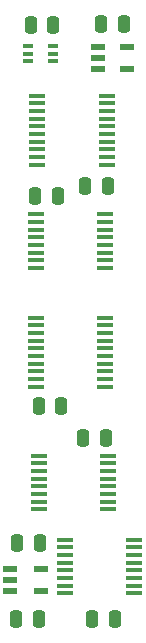
<source format=gtp>
%TF.GenerationSoftware,KiCad,Pcbnew,8.0.4*%
%TF.CreationDate,2024-08-14T12:54:00+02:00*%
%TF.ProjectId,Video Counter 12bit,56696465-6f20-4436-9f75-6e7465722031,rev?*%
%TF.SameCoordinates,PX54c81a0PY37b6b20*%
%TF.FileFunction,Paste,Top*%
%TF.FilePolarity,Positive*%
%FSLAX46Y46*%
G04 Gerber Fmt 4.6, Leading zero omitted, Abs format (unit mm)*
G04 Created by KiCad (PCBNEW 8.0.4) date 2024-08-14 12:54:00*
%MOMM*%
%LPD*%
G01*
G04 APERTURE LIST*
G04 Aperture macros list*
%AMRoundRect*
0 Rectangle with rounded corners*
0 $1 Rounding radius*
0 $2 $3 $4 $5 $6 $7 $8 $9 X,Y pos of 4 corners*
0 Add a 4 corners polygon primitive as box body*
4,1,4,$2,$3,$4,$5,$6,$7,$8,$9,$2,$3,0*
0 Add four circle primitives for the rounded corners*
1,1,$1+$1,$2,$3*
1,1,$1+$1,$4,$5*
1,1,$1+$1,$6,$7*
1,1,$1+$1,$8,$9*
0 Add four rect primitives between the rounded corners*
20,1,$1+$1,$2,$3,$4,$5,0*
20,1,$1+$1,$4,$5,$6,$7,0*
20,1,$1+$1,$6,$7,$8,$9,0*
20,1,$1+$1,$8,$9,$2,$3,0*%
G04 Aperture macros list end*
%ADD10R,1.250000X0.600000*%
%ADD11RoundRect,0.250000X0.250000X0.475000X-0.250000X0.475000X-0.250000X-0.475000X0.250000X-0.475000X0*%
%ADD12RoundRect,0.250000X-0.250000X-0.475000X0.250000X-0.475000X0.250000X0.475000X-0.250000X0.475000X0*%
%ADD13R,1.450000X0.450000*%
%ADD14R,1.150000X0.600000*%
%ADD15R,0.875000X0.450000*%
%ADD16R,1.475000X0.450000*%
G04 APERTURE END LIST*
D10*
%TO.C,IC2*%
X9672000Y-828000D03*
X9672000Y-1778000D03*
X9672000Y-2728000D03*
X12172000Y-2728000D03*
X12172000Y-828000D03*
%TD*%
D11*
%TO.C,C11*%
X11856000Y1143000D03*
X9956000Y1143000D03*
%TD*%
%TO.C,C5*%
X11094000Y-49276000D03*
X9194000Y-49276000D03*
%TD*%
D12*
%TO.C,C8*%
X2749000Y-49276000D03*
X4649000Y-49276000D03*
%TD*%
%TO.C,C12*%
X4654000Y-31242000D03*
X6554000Y-31242000D03*
%TD*%
D13*
%TO.C,IC3*%
X4695000Y-35444000D03*
X4695000Y-36094000D03*
X4695000Y-36744000D03*
X4695000Y-37394000D03*
X4695000Y-38044000D03*
X4695000Y-38694000D03*
X4695000Y-39344000D03*
X4695000Y-39994000D03*
X10545000Y-39994000D03*
X10545000Y-39344000D03*
X10545000Y-38694000D03*
X10545000Y-38044000D03*
X10545000Y-37394000D03*
X10545000Y-36744000D03*
X10545000Y-36094000D03*
X10545000Y-35444000D03*
%TD*%
D11*
%TO.C,C10*%
X5887000Y1016000D03*
X3987000Y1016000D03*
%TD*%
D13*
%TO.C,IC1*%
X6854000Y-42556000D03*
X6854000Y-43206000D03*
X6854000Y-43856000D03*
X6854000Y-44506000D03*
X6854000Y-45156000D03*
X6854000Y-45806000D03*
X6854000Y-46456000D03*
X6854000Y-47106000D03*
X12704000Y-47106000D03*
X12704000Y-46456000D03*
X12704000Y-45806000D03*
X12704000Y-45156000D03*
X12704000Y-44506000D03*
X12704000Y-43856000D03*
X12704000Y-43206000D03*
X12704000Y-42556000D03*
%TD*%
D11*
%TO.C,C9*%
X4744000Y-42799000D03*
X2844000Y-42799000D03*
%TD*%
D13*
%TO.C,IC4*%
X4441000Y-14997000D03*
X4441000Y-15647000D03*
X4441000Y-16297000D03*
X4441000Y-16947000D03*
X4441000Y-17597000D03*
X4441000Y-18247000D03*
X4441000Y-18897000D03*
X4441000Y-19547000D03*
X10291000Y-19547000D03*
X10291000Y-18897000D03*
X10291000Y-18247000D03*
X10291000Y-17597000D03*
X10291000Y-16947000D03*
X10291000Y-16297000D03*
X10291000Y-15647000D03*
X10291000Y-14997000D03*
%TD*%
D14*
%TO.C,IC5*%
X2256000Y-45024000D03*
X2256000Y-45974000D03*
X2256000Y-46924000D03*
X4856000Y-46924000D03*
X4856000Y-45024000D03*
%TD*%
D15*
%TO.C,IC9*%
X3764000Y-747000D03*
X3764000Y-1397000D03*
X3764000Y-2047000D03*
X5888000Y-2047000D03*
X5888000Y-1397000D03*
X5888000Y-747000D03*
%TD*%
D16*
%TO.C,IC6*%
X10304000Y-29595000D03*
X10304000Y-28945000D03*
X10304000Y-28295000D03*
X10304000Y-27645000D03*
X10304000Y-26995000D03*
X10304000Y-26345000D03*
X10304000Y-25695000D03*
X10304000Y-25045000D03*
X10304000Y-24395000D03*
X10304000Y-23745000D03*
X4428000Y-23745000D03*
X4428000Y-24395000D03*
X4428000Y-25045000D03*
X4428000Y-25695000D03*
X4428000Y-26345000D03*
X4428000Y-26995000D03*
X4428000Y-27645000D03*
X4428000Y-28295000D03*
X4428000Y-28945000D03*
X4428000Y-29595000D03*
%TD*%
D12*
%TO.C,C13*%
X8591000Y-12573000D03*
X10491000Y-12573000D03*
%TD*%
D16*
%TO.C,IC7*%
X10431000Y-10799000D03*
X10431000Y-10149000D03*
X10431000Y-9499000D03*
X10431000Y-8849000D03*
X10431000Y-8199000D03*
X10431000Y-7549000D03*
X10431000Y-6899000D03*
X10431000Y-6249000D03*
X10431000Y-5599000D03*
X10431000Y-4949000D03*
X4555000Y-4949000D03*
X4555000Y-5599000D03*
X4555000Y-6249000D03*
X4555000Y-6899000D03*
X4555000Y-7549000D03*
X4555000Y-8199000D03*
X4555000Y-8849000D03*
X4555000Y-9499000D03*
X4555000Y-10149000D03*
X4555000Y-10799000D03*
%TD*%
D11*
%TO.C,C6*%
X10332000Y-33909000D03*
X8432000Y-33909000D03*
%TD*%
%TO.C,C7*%
X6268000Y-13462000D03*
X4368000Y-13462000D03*
%TD*%
M02*

</source>
